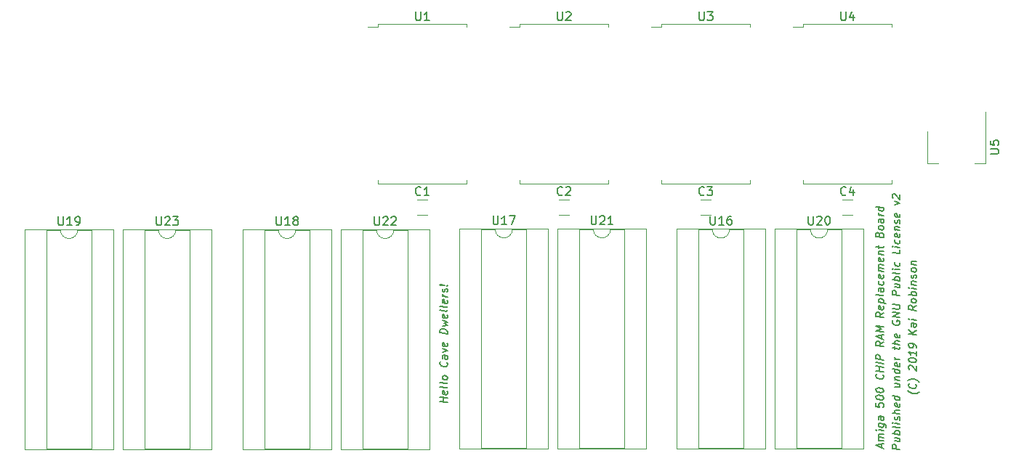
<source format=gto>
G04 #@! TF.GenerationSoftware,KiCad,Pcbnew,(5.1.2-1)-1*
G04 #@! TF.CreationDate,2019-05-13T19:01:55+01:00*
G04 #@! TF.ProjectId,DRAM Board,4452414d-2042-46f6-9172-642e6b696361,rev?*
G04 #@! TF.SameCoordinates,Original*
G04 #@! TF.FileFunction,Legend,Top*
G04 #@! TF.FilePolarity,Positive*
%FSLAX46Y46*%
G04 Gerber Fmt 4.6, Leading zero omitted, Abs format (unit mm)*
G04 Created by KiCad (PCBNEW (5.1.2-1)-1) date 2019-05-13 19:01:55*
%MOMM*%
%LPD*%
G04 APERTURE LIST*
%ADD10C,0.150000*%
%ADD11C,0.120000*%
G04 APERTURE END LIST*
D10*
X190907142Y-93265491D02*
X190007142Y-93152991D01*
X190435714Y-93206562D02*
X190435714Y-92692276D01*
X190907142Y-92751205D02*
X190007142Y-92638705D01*
X190864285Y-91974419D02*
X190907142Y-92065491D01*
X190907142Y-92236919D01*
X190864285Y-92317276D01*
X190778571Y-92349419D01*
X190435714Y-92306562D01*
X190350000Y-92252991D01*
X190307142Y-92161919D01*
X190307142Y-91990491D01*
X190350000Y-91910133D01*
X190435714Y-91877991D01*
X190521428Y-91888705D01*
X190607142Y-92327991D01*
X190907142Y-91422633D02*
X190864285Y-91502991D01*
X190778571Y-91535133D01*
X190007142Y-91438705D01*
X190907142Y-90951205D02*
X190864285Y-91031562D01*
X190778571Y-91063705D01*
X190007142Y-90967276D01*
X190907142Y-90479776D02*
X190864285Y-90560133D01*
X190821428Y-90597633D01*
X190735714Y-90629776D01*
X190478571Y-90597633D01*
X190392857Y-90544062D01*
X190350000Y-90495848D01*
X190307142Y-90404776D01*
X190307142Y-90276205D01*
X190350000Y-90195848D01*
X190392857Y-90158348D01*
X190478571Y-90126205D01*
X190735714Y-90158348D01*
X190821428Y-90211919D01*
X190864285Y-90260133D01*
X190907142Y-90351205D01*
X190907142Y-90479776D01*
X190821428Y-88583348D02*
X190864285Y-88631562D01*
X190907142Y-88765491D01*
X190907142Y-88851205D01*
X190864285Y-88974419D01*
X190778571Y-89049419D01*
X190692857Y-89081562D01*
X190521428Y-89102991D01*
X190392857Y-89086919D01*
X190221428Y-89022633D01*
X190135714Y-88969062D01*
X190050000Y-88872633D01*
X190007142Y-88738705D01*
X190007142Y-88652991D01*
X190050000Y-88529776D01*
X190092857Y-88492276D01*
X190907142Y-87822633D02*
X190435714Y-87763705D01*
X190350000Y-87795848D01*
X190307142Y-87876205D01*
X190307142Y-88047633D01*
X190350000Y-88138705D01*
X190864285Y-87817276D02*
X190907142Y-87908348D01*
X190907142Y-88122633D01*
X190864285Y-88202991D01*
X190778571Y-88235133D01*
X190692857Y-88224419D01*
X190607142Y-88170848D01*
X190564285Y-88079776D01*
X190564285Y-87865491D01*
X190521428Y-87774419D01*
X190307142Y-87404776D02*
X190907142Y-87265491D01*
X190307142Y-86976205D01*
X190864285Y-86360133D02*
X190907142Y-86451205D01*
X190907142Y-86622633D01*
X190864285Y-86702991D01*
X190778571Y-86735133D01*
X190435714Y-86692276D01*
X190350000Y-86638705D01*
X190307142Y-86547633D01*
X190307142Y-86376205D01*
X190350000Y-86295848D01*
X190435714Y-86263705D01*
X190521428Y-86274419D01*
X190607142Y-86713705D01*
X190907142Y-85251205D02*
X190007142Y-85138705D01*
X190007142Y-84924419D01*
X190050000Y-84801205D01*
X190135714Y-84726205D01*
X190221428Y-84694062D01*
X190392857Y-84672633D01*
X190521428Y-84688705D01*
X190692857Y-84752991D01*
X190778571Y-84806562D01*
X190864285Y-84902991D01*
X190907142Y-85036919D01*
X190907142Y-85251205D01*
X190307142Y-84361919D02*
X190907142Y-84265491D01*
X190478571Y-84040491D01*
X190907142Y-83922633D01*
X190307142Y-83676205D01*
X190864285Y-83060133D02*
X190907142Y-83151205D01*
X190907142Y-83322633D01*
X190864285Y-83402991D01*
X190778571Y-83435133D01*
X190435714Y-83392276D01*
X190350000Y-83338705D01*
X190307142Y-83247633D01*
X190307142Y-83076205D01*
X190350000Y-82995848D01*
X190435714Y-82963705D01*
X190521428Y-82974419D01*
X190607142Y-83413705D01*
X190907142Y-82508348D02*
X190864285Y-82588705D01*
X190778571Y-82620848D01*
X190007142Y-82524419D01*
X190907142Y-82036919D02*
X190864285Y-82117276D01*
X190778571Y-82149419D01*
X190007142Y-82052991D01*
X190864285Y-81345848D02*
X190907142Y-81436919D01*
X190907142Y-81608348D01*
X190864285Y-81688705D01*
X190778571Y-81720848D01*
X190435714Y-81677991D01*
X190350000Y-81624419D01*
X190307142Y-81533348D01*
X190307142Y-81361919D01*
X190350000Y-81281562D01*
X190435714Y-81249419D01*
X190521428Y-81260133D01*
X190607142Y-81699419D01*
X190907142Y-80922633D02*
X190307142Y-80847633D01*
X190478571Y-80869062D02*
X190392857Y-80815491D01*
X190350000Y-80767276D01*
X190307142Y-80676205D01*
X190307142Y-80590491D01*
X190864285Y-80402991D02*
X190907142Y-80322633D01*
X190907142Y-80151205D01*
X190864285Y-80060133D01*
X190778571Y-80006562D01*
X190735714Y-80001205D01*
X190650000Y-80033348D01*
X190607142Y-80113705D01*
X190607142Y-80242276D01*
X190564285Y-80322633D01*
X190478571Y-80354776D01*
X190435714Y-80349419D01*
X190350000Y-80295848D01*
X190307142Y-80204776D01*
X190307142Y-80076205D01*
X190350000Y-79995848D01*
X190821428Y-79626205D02*
X190864285Y-79588705D01*
X190907142Y-79636919D01*
X190864285Y-79674419D01*
X190821428Y-79626205D01*
X190907142Y-79636919D01*
X190564285Y-79594062D02*
X190050000Y-79572633D01*
X190007142Y-79524419D01*
X190050000Y-79486919D01*
X190564285Y-79594062D01*
X190007142Y-79524419D01*
X245860000Y-92046205D02*
X245817142Y-92083705D01*
X245688571Y-92153348D01*
X245602857Y-92185491D01*
X245474285Y-92212276D01*
X245260000Y-92228348D01*
X245088571Y-92206919D01*
X244874285Y-92137276D01*
X244745714Y-92078348D01*
X244660000Y-92024776D01*
X244531428Y-91922991D01*
X244488571Y-91874776D01*
X245431428Y-91135491D02*
X245474285Y-91183705D01*
X245517142Y-91317633D01*
X245517142Y-91403348D01*
X245474285Y-91526562D01*
X245388571Y-91601562D01*
X245302857Y-91633705D01*
X245131428Y-91655133D01*
X245002857Y-91639062D01*
X244831428Y-91574776D01*
X244745714Y-91521205D01*
X244660000Y-91424776D01*
X244617142Y-91290848D01*
X244617142Y-91205133D01*
X244660000Y-91081919D01*
X244702857Y-91044419D01*
X245860000Y-90889062D02*
X245817142Y-90840848D01*
X245688571Y-90739062D01*
X245602857Y-90685491D01*
X245474285Y-90626562D01*
X245260000Y-90556919D01*
X245088571Y-90535491D01*
X244874285Y-90551562D01*
X244745714Y-90578348D01*
X244660000Y-90610491D01*
X244531428Y-90680133D01*
X244488571Y-90717633D01*
X244702857Y-89415848D02*
X244660000Y-89367633D01*
X244617142Y-89276562D01*
X244617142Y-89062276D01*
X244660000Y-88981919D01*
X244702857Y-88944419D01*
X244788571Y-88912276D01*
X244874285Y-88922991D01*
X245002857Y-88981919D01*
X245517142Y-89560491D01*
X245517142Y-89003348D01*
X244617142Y-88333705D02*
X244617142Y-88247991D01*
X244660000Y-88167633D01*
X244702857Y-88130133D01*
X244788571Y-88097991D01*
X244960000Y-88076562D01*
X245174285Y-88103348D01*
X245345714Y-88167633D01*
X245431428Y-88221205D01*
X245474285Y-88269419D01*
X245517142Y-88360491D01*
X245517142Y-88446205D01*
X245474285Y-88526562D01*
X245431428Y-88564062D01*
X245345714Y-88596205D01*
X245174285Y-88617633D01*
X244960000Y-88590848D01*
X244788571Y-88526562D01*
X244702857Y-88472991D01*
X244660000Y-88424776D01*
X244617142Y-88333705D01*
X245517142Y-87289062D02*
X245517142Y-87803348D01*
X245517142Y-87546205D02*
X244617142Y-87433705D01*
X244745714Y-87535491D01*
X244831428Y-87631919D01*
X244874285Y-87722991D01*
X245517142Y-86860491D02*
X245517142Y-86689062D01*
X245474285Y-86597991D01*
X245431428Y-86549776D01*
X245302857Y-86447991D01*
X245131428Y-86383705D01*
X244788571Y-86340848D01*
X244702857Y-86372991D01*
X244660000Y-86410491D01*
X244617142Y-86490848D01*
X244617142Y-86662276D01*
X244660000Y-86753348D01*
X244702857Y-86801562D01*
X244788571Y-86855133D01*
X245002857Y-86881919D01*
X245088571Y-86849776D01*
X245131428Y-86812276D01*
X245174285Y-86731919D01*
X245174285Y-86560491D01*
X245131428Y-86469419D01*
X245088571Y-86421205D01*
X245002857Y-86367633D01*
X245517142Y-85360491D02*
X244617142Y-85247991D01*
X245517142Y-84846205D02*
X245002857Y-85167633D01*
X244617142Y-84733705D02*
X245131428Y-85312276D01*
X245517142Y-84074776D02*
X245045714Y-84015848D01*
X244960000Y-84047991D01*
X244917142Y-84128348D01*
X244917142Y-84299776D01*
X244960000Y-84390848D01*
X245474285Y-84069419D02*
X245517142Y-84160491D01*
X245517142Y-84374776D01*
X245474285Y-84455133D01*
X245388571Y-84487276D01*
X245302857Y-84476562D01*
X245217142Y-84422991D01*
X245174285Y-84331919D01*
X245174285Y-84117633D01*
X245131428Y-84026562D01*
X245517142Y-83646205D02*
X244917142Y-83571205D01*
X244617142Y-83533705D02*
X244660000Y-83581919D01*
X244702857Y-83544419D01*
X244660000Y-83496205D01*
X244617142Y-83533705D01*
X244702857Y-83544419D01*
X245517142Y-82017633D02*
X245088571Y-82264062D01*
X245517142Y-82531919D02*
X244617142Y-82419419D01*
X244617142Y-82076562D01*
X244660000Y-81996205D01*
X244702857Y-81958705D01*
X244788571Y-81926562D01*
X244917142Y-81942633D01*
X245002857Y-81996205D01*
X245045714Y-82044419D01*
X245088571Y-82135491D01*
X245088571Y-82478348D01*
X245517142Y-81503348D02*
X245474285Y-81583705D01*
X245431428Y-81621205D01*
X245345714Y-81653348D01*
X245088571Y-81621205D01*
X245002857Y-81567633D01*
X244960000Y-81519419D01*
X244917142Y-81428348D01*
X244917142Y-81299776D01*
X244960000Y-81219419D01*
X245002857Y-81181919D01*
X245088571Y-81149776D01*
X245345714Y-81181919D01*
X245431428Y-81235491D01*
X245474285Y-81283705D01*
X245517142Y-81374776D01*
X245517142Y-81503348D01*
X245517142Y-80817633D02*
X244617142Y-80705133D01*
X244960000Y-80747991D02*
X244917142Y-80656919D01*
X244917142Y-80485491D01*
X244960000Y-80405133D01*
X245002857Y-80367633D01*
X245088571Y-80335491D01*
X245345714Y-80367633D01*
X245431428Y-80421205D01*
X245474285Y-80469419D01*
X245517142Y-80560491D01*
X245517142Y-80731919D01*
X245474285Y-80812276D01*
X245517142Y-80003348D02*
X244917142Y-79928348D01*
X244617142Y-79890848D02*
X244660000Y-79939062D01*
X244702857Y-79901562D01*
X244660000Y-79853348D01*
X244617142Y-79890848D01*
X244702857Y-79901562D01*
X244917142Y-79499776D02*
X245517142Y-79574776D01*
X245002857Y-79510491D02*
X244960000Y-79462276D01*
X244917142Y-79371205D01*
X244917142Y-79242633D01*
X244960000Y-79162276D01*
X245045714Y-79130133D01*
X245517142Y-79189062D01*
X245474285Y-78797991D02*
X245517142Y-78717633D01*
X245517142Y-78546205D01*
X245474285Y-78455133D01*
X245388571Y-78401562D01*
X245345714Y-78396205D01*
X245260000Y-78428348D01*
X245217142Y-78508705D01*
X245217142Y-78637276D01*
X245174285Y-78717633D01*
X245088571Y-78749776D01*
X245045714Y-78744419D01*
X244960000Y-78690848D01*
X244917142Y-78599776D01*
X244917142Y-78471205D01*
X244960000Y-78390848D01*
X245517142Y-77903348D02*
X245474285Y-77983705D01*
X245431428Y-78021205D01*
X245345714Y-78053348D01*
X245088571Y-78021205D01*
X245002857Y-77967633D01*
X244960000Y-77919419D01*
X244917142Y-77828348D01*
X244917142Y-77699776D01*
X244960000Y-77619419D01*
X245002857Y-77581919D01*
X245088571Y-77549776D01*
X245345714Y-77581919D01*
X245431428Y-77635491D01*
X245474285Y-77683705D01*
X245517142Y-77774776D01*
X245517142Y-77903348D01*
X244917142Y-77142633D02*
X245517142Y-77217633D01*
X245002857Y-77153348D02*
X244960000Y-77105133D01*
X244917142Y-77014062D01*
X244917142Y-76885491D01*
X244960000Y-76805133D01*
X245045714Y-76772991D01*
X245517142Y-76831919D01*
X243612142Y-98739776D02*
X242712142Y-98627276D01*
X242712142Y-98284419D01*
X242755000Y-98204062D01*
X242797857Y-98166562D01*
X242883571Y-98134419D01*
X243012142Y-98150491D01*
X243097857Y-98204062D01*
X243140714Y-98252276D01*
X243183571Y-98343348D01*
X243183571Y-98686205D01*
X243012142Y-97379062D02*
X243612142Y-97454062D01*
X243012142Y-97764776D02*
X243483571Y-97823705D01*
X243569285Y-97791562D01*
X243612142Y-97711205D01*
X243612142Y-97582633D01*
X243569285Y-97491562D01*
X243526428Y-97443348D01*
X243612142Y-97025491D02*
X242712142Y-96912991D01*
X243055000Y-96955848D02*
X243012142Y-96864776D01*
X243012142Y-96693348D01*
X243055000Y-96612991D01*
X243097857Y-96575491D01*
X243183571Y-96543348D01*
X243440714Y-96575491D01*
X243526428Y-96629062D01*
X243569285Y-96677276D01*
X243612142Y-96768348D01*
X243612142Y-96939776D01*
X243569285Y-97020133D01*
X243612142Y-96082633D02*
X243569285Y-96162991D01*
X243483571Y-96195133D01*
X242712142Y-96098705D01*
X243612142Y-95739776D02*
X243012142Y-95664776D01*
X242712142Y-95627276D02*
X242755000Y-95675491D01*
X242797857Y-95637991D01*
X242755000Y-95589776D01*
X242712142Y-95627276D01*
X242797857Y-95637991D01*
X243569285Y-95348705D02*
X243612142Y-95268348D01*
X243612142Y-95096919D01*
X243569285Y-95005848D01*
X243483571Y-94952276D01*
X243440714Y-94946919D01*
X243355000Y-94979062D01*
X243312142Y-95059419D01*
X243312142Y-95187991D01*
X243269285Y-95268348D01*
X243183571Y-95300491D01*
X243140714Y-95295133D01*
X243055000Y-95241562D01*
X243012142Y-95150491D01*
X243012142Y-95021919D01*
X243055000Y-94941562D01*
X243612142Y-94582633D02*
X242712142Y-94470133D01*
X243612142Y-94196919D02*
X243140714Y-94137991D01*
X243055000Y-94170133D01*
X243012142Y-94250491D01*
X243012142Y-94379062D01*
X243055000Y-94470133D01*
X243097857Y-94518348D01*
X243569285Y-93420133D02*
X243612142Y-93511205D01*
X243612142Y-93682633D01*
X243569285Y-93762991D01*
X243483571Y-93795133D01*
X243140714Y-93752276D01*
X243055000Y-93698705D01*
X243012142Y-93607633D01*
X243012142Y-93436205D01*
X243055000Y-93355848D01*
X243140714Y-93323705D01*
X243226428Y-93334419D01*
X243312142Y-93773705D01*
X243612142Y-92611205D02*
X242712142Y-92498705D01*
X243569285Y-92605848D02*
X243612142Y-92696919D01*
X243612142Y-92868348D01*
X243569285Y-92948705D01*
X243526428Y-92986205D01*
X243440714Y-93018348D01*
X243183571Y-92986205D01*
X243097857Y-92932633D01*
X243055000Y-92884419D01*
X243012142Y-92793348D01*
X243012142Y-92621919D01*
X243055000Y-92541562D01*
X243012142Y-91036205D02*
X243612142Y-91111205D01*
X243012142Y-91421919D02*
X243483571Y-91480848D01*
X243569285Y-91448705D01*
X243612142Y-91368348D01*
X243612142Y-91239776D01*
X243569285Y-91148705D01*
X243526428Y-91100491D01*
X243012142Y-90607633D02*
X243612142Y-90682633D01*
X243097857Y-90618348D02*
X243055000Y-90570133D01*
X243012142Y-90479062D01*
X243012142Y-90350491D01*
X243055000Y-90270133D01*
X243140714Y-90237991D01*
X243612142Y-90296919D01*
X243612142Y-89482633D02*
X242712142Y-89370133D01*
X243569285Y-89477276D02*
X243612142Y-89568348D01*
X243612142Y-89739776D01*
X243569285Y-89820133D01*
X243526428Y-89857633D01*
X243440714Y-89889776D01*
X243183571Y-89857633D01*
X243097857Y-89804062D01*
X243055000Y-89755848D01*
X243012142Y-89664776D01*
X243012142Y-89493348D01*
X243055000Y-89412991D01*
X243569285Y-88705848D02*
X243612142Y-88796919D01*
X243612142Y-88968348D01*
X243569285Y-89048705D01*
X243483571Y-89080848D01*
X243140714Y-89037991D01*
X243055000Y-88984419D01*
X243012142Y-88893348D01*
X243012142Y-88721919D01*
X243055000Y-88641562D01*
X243140714Y-88609419D01*
X243226428Y-88620133D01*
X243312142Y-89059419D01*
X243612142Y-88282633D02*
X243012142Y-88207633D01*
X243183571Y-88229062D02*
X243097857Y-88175491D01*
X243055000Y-88127276D01*
X243012142Y-88036205D01*
X243012142Y-87950491D01*
X243012142Y-87093348D02*
X243012142Y-86750491D01*
X242712142Y-86927276D02*
X243483571Y-87023705D01*
X243569285Y-86991562D01*
X243612142Y-86911205D01*
X243612142Y-86825491D01*
X243612142Y-86525491D02*
X242712142Y-86412991D01*
X243612142Y-86139776D02*
X243140714Y-86080848D01*
X243055000Y-86112991D01*
X243012142Y-86193348D01*
X243012142Y-86321919D01*
X243055000Y-86412991D01*
X243097857Y-86461205D01*
X243569285Y-85362991D02*
X243612142Y-85454062D01*
X243612142Y-85625491D01*
X243569285Y-85705848D01*
X243483571Y-85737991D01*
X243140714Y-85695133D01*
X243055000Y-85641562D01*
X243012142Y-85550491D01*
X243012142Y-85379062D01*
X243055000Y-85298705D01*
X243140714Y-85266562D01*
X243226428Y-85277276D01*
X243312142Y-85716562D01*
X242755000Y-83675491D02*
X242712142Y-83755848D01*
X242712142Y-83884419D01*
X242755000Y-84018348D01*
X242840714Y-84114776D01*
X242926428Y-84168348D01*
X243097857Y-84232633D01*
X243226428Y-84248705D01*
X243397857Y-84227276D01*
X243483571Y-84195133D01*
X243569285Y-84120133D01*
X243612142Y-83996919D01*
X243612142Y-83911205D01*
X243569285Y-83777276D01*
X243526428Y-83729062D01*
X243226428Y-83691562D01*
X243226428Y-83862991D01*
X243612142Y-83354062D02*
X242712142Y-83241562D01*
X243612142Y-82839776D01*
X242712142Y-82727276D01*
X242712142Y-82298705D02*
X243440714Y-82389776D01*
X243526428Y-82357633D01*
X243569285Y-82320133D01*
X243612142Y-82239776D01*
X243612142Y-82068348D01*
X243569285Y-81977276D01*
X243526428Y-81929062D01*
X243440714Y-81875491D01*
X242712142Y-81784419D01*
X243612142Y-80782633D02*
X242712142Y-80670133D01*
X242712142Y-80327276D01*
X242755000Y-80246919D01*
X242797857Y-80209419D01*
X242883571Y-80177276D01*
X243012142Y-80193348D01*
X243097857Y-80246919D01*
X243140714Y-80295133D01*
X243183571Y-80386205D01*
X243183571Y-80729062D01*
X243012142Y-79421919D02*
X243612142Y-79496919D01*
X243012142Y-79807633D02*
X243483571Y-79866562D01*
X243569285Y-79834419D01*
X243612142Y-79754062D01*
X243612142Y-79625491D01*
X243569285Y-79534419D01*
X243526428Y-79486205D01*
X243612142Y-79068348D02*
X242712142Y-78955848D01*
X243055000Y-78998705D02*
X243012142Y-78907633D01*
X243012142Y-78736205D01*
X243055000Y-78655848D01*
X243097857Y-78618348D01*
X243183571Y-78586205D01*
X243440714Y-78618348D01*
X243526428Y-78671919D01*
X243569285Y-78720133D01*
X243612142Y-78811205D01*
X243612142Y-78982633D01*
X243569285Y-79062991D01*
X243612142Y-78125491D02*
X243569285Y-78205848D01*
X243483571Y-78237991D01*
X242712142Y-78141562D01*
X243612142Y-77782633D02*
X243012142Y-77707633D01*
X242712142Y-77670133D02*
X242755000Y-77718348D01*
X242797857Y-77680848D01*
X242755000Y-77632633D01*
X242712142Y-77670133D01*
X242797857Y-77680848D01*
X243569285Y-76962991D02*
X243612142Y-77054062D01*
X243612142Y-77225491D01*
X243569285Y-77305848D01*
X243526428Y-77343348D01*
X243440714Y-77375491D01*
X243183571Y-77343348D01*
X243097857Y-77289776D01*
X243055000Y-77241562D01*
X243012142Y-77150491D01*
X243012142Y-76979062D01*
X243055000Y-76898705D01*
X243612142Y-75468348D02*
X243612142Y-75896919D01*
X242712142Y-75784419D01*
X243612142Y-75168348D02*
X243012142Y-75093348D01*
X242712142Y-75055848D02*
X242755000Y-75104062D01*
X242797857Y-75066562D01*
X242755000Y-75018348D01*
X242712142Y-75055848D01*
X242797857Y-75066562D01*
X243569285Y-74348705D02*
X243612142Y-74439776D01*
X243612142Y-74611205D01*
X243569285Y-74691562D01*
X243526428Y-74729062D01*
X243440714Y-74761205D01*
X243183571Y-74729062D01*
X243097857Y-74675491D01*
X243055000Y-74627276D01*
X243012142Y-74536205D01*
X243012142Y-74364776D01*
X243055000Y-74284419D01*
X243569285Y-73620133D02*
X243612142Y-73711205D01*
X243612142Y-73882633D01*
X243569285Y-73962991D01*
X243483571Y-73995133D01*
X243140714Y-73952276D01*
X243055000Y-73898705D01*
X243012142Y-73807633D01*
X243012142Y-73636205D01*
X243055000Y-73555848D01*
X243140714Y-73523705D01*
X243226428Y-73534419D01*
X243312142Y-73973705D01*
X243012142Y-73121919D02*
X243612142Y-73196919D01*
X243097857Y-73132633D02*
X243055000Y-73084419D01*
X243012142Y-72993348D01*
X243012142Y-72864776D01*
X243055000Y-72784419D01*
X243140714Y-72752276D01*
X243612142Y-72811205D01*
X243569285Y-72420133D02*
X243612142Y-72339776D01*
X243612142Y-72168348D01*
X243569285Y-72077276D01*
X243483571Y-72023705D01*
X243440714Y-72018348D01*
X243355000Y-72050491D01*
X243312142Y-72130848D01*
X243312142Y-72259419D01*
X243269285Y-72339776D01*
X243183571Y-72371919D01*
X243140714Y-72366562D01*
X243055000Y-72312991D01*
X243012142Y-72221919D01*
X243012142Y-72093348D01*
X243055000Y-72012991D01*
X243569285Y-71305848D02*
X243612142Y-71396919D01*
X243612142Y-71568348D01*
X243569285Y-71648705D01*
X243483571Y-71680848D01*
X243140714Y-71637991D01*
X243055000Y-71584419D01*
X243012142Y-71493348D01*
X243012142Y-71321919D01*
X243055000Y-71241562D01*
X243140714Y-71209419D01*
X243226428Y-71220133D01*
X243312142Y-71659419D01*
X243012142Y-70207633D02*
X243612142Y-70068348D01*
X243012142Y-69779062D01*
X242797857Y-69452276D02*
X242755000Y-69404062D01*
X242712142Y-69312991D01*
X242712142Y-69098705D01*
X242755000Y-69018348D01*
X242797857Y-68980848D01*
X242883571Y-68948705D01*
X242969285Y-68959419D01*
X243097857Y-69018348D01*
X243612142Y-69596919D01*
X243612142Y-69039776D01*
X241450000Y-98549776D02*
X241450000Y-98121205D01*
X241707142Y-98667633D02*
X240807142Y-98255133D01*
X241707142Y-98067633D01*
X241707142Y-97767633D02*
X241107142Y-97692633D01*
X241192857Y-97703348D02*
X241150000Y-97655133D01*
X241107142Y-97564062D01*
X241107142Y-97435491D01*
X241150000Y-97355133D01*
X241235714Y-97322991D01*
X241707142Y-97381919D01*
X241235714Y-97322991D02*
X241150000Y-97269419D01*
X241107142Y-97178348D01*
X241107142Y-97049776D01*
X241150000Y-96969419D01*
X241235714Y-96937276D01*
X241707142Y-96996205D01*
X241707142Y-96567633D02*
X241107142Y-96492633D01*
X240807142Y-96455133D02*
X240850000Y-96503348D01*
X240892857Y-96465848D01*
X240850000Y-96417633D01*
X240807142Y-96455133D01*
X240892857Y-96465848D01*
X241107142Y-95678348D02*
X241835714Y-95769419D01*
X241921428Y-95822991D01*
X241964285Y-95871205D01*
X242007142Y-95962276D01*
X242007142Y-96090848D01*
X241964285Y-96171205D01*
X241664285Y-95747991D02*
X241707142Y-95839062D01*
X241707142Y-96010491D01*
X241664285Y-96090848D01*
X241621428Y-96128348D01*
X241535714Y-96160491D01*
X241278571Y-96128348D01*
X241192857Y-96074776D01*
X241150000Y-96026562D01*
X241107142Y-95935491D01*
X241107142Y-95764062D01*
X241150000Y-95683705D01*
X241707142Y-94939062D02*
X241235714Y-94880133D01*
X241150000Y-94912276D01*
X241107142Y-94992633D01*
X241107142Y-95164062D01*
X241150000Y-95255133D01*
X241664285Y-94933705D02*
X241707142Y-95024776D01*
X241707142Y-95239062D01*
X241664285Y-95319419D01*
X241578571Y-95351562D01*
X241492857Y-95340848D01*
X241407142Y-95287276D01*
X241364285Y-95196205D01*
X241364285Y-94981919D01*
X241321428Y-94890848D01*
X240807142Y-93283705D02*
X240807142Y-93712276D01*
X241235714Y-93808705D01*
X241192857Y-93760491D01*
X241150000Y-93669419D01*
X241150000Y-93455133D01*
X241192857Y-93374776D01*
X241235714Y-93337276D01*
X241321428Y-93305133D01*
X241535714Y-93331919D01*
X241621428Y-93385491D01*
X241664285Y-93433705D01*
X241707142Y-93524776D01*
X241707142Y-93739062D01*
X241664285Y-93819419D01*
X241621428Y-93856919D01*
X240807142Y-92683705D02*
X240807142Y-92597991D01*
X240850000Y-92517633D01*
X240892857Y-92480133D01*
X240978571Y-92447991D01*
X241150000Y-92426562D01*
X241364285Y-92453348D01*
X241535714Y-92517633D01*
X241621428Y-92571205D01*
X241664285Y-92619419D01*
X241707142Y-92710491D01*
X241707142Y-92796205D01*
X241664285Y-92876562D01*
X241621428Y-92914062D01*
X241535714Y-92946205D01*
X241364285Y-92967633D01*
X241150000Y-92940848D01*
X240978571Y-92876562D01*
X240892857Y-92822991D01*
X240850000Y-92774776D01*
X240807142Y-92683705D01*
X240807142Y-91826562D02*
X240807142Y-91740848D01*
X240850000Y-91660491D01*
X240892857Y-91622991D01*
X240978571Y-91590848D01*
X241150000Y-91569419D01*
X241364285Y-91596205D01*
X241535714Y-91660491D01*
X241621428Y-91714062D01*
X241664285Y-91762276D01*
X241707142Y-91853348D01*
X241707142Y-91939062D01*
X241664285Y-92019419D01*
X241621428Y-92056919D01*
X241535714Y-92089062D01*
X241364285Y-92110491D01*
X241150000Y-92083705D01*
X240978571Y-92019419D01*
X240892857Y-91965848D01*
X240850000Y-91917633D01*
X240807142Y-91826562D01*
X241621428Y-90042633D02*
X241664285Y-90090848D01*
X241707142Y-90224776D01*
X241707142Y-90310491D01*
X241664285Y-90433705D01*
X241578571Y-90508705D01*
X241492857Y-90540848D01*
X241321428Y-90562276D01*
X241192857Y-90546205D01*
X241021428Y-90481919D01*
X240935714Y-90428348D01*
X240850000Y-90331919D01*
X240807142Y-90197991D01*
X240807142Y-90112276D01*
X240850000Y-89989062D01*
X240892857Y-89951562D01*
X241707142Y-89667633D02*
X240807142Y-89555133D01*
X241235714Y-89608705D02*
X241235714Y-89094419D01*
X241707142Y-89153348D02*
X240807142Y-89040848D01*
X241707142Y-88724776D02*
X240807142Y-88612276D01*
X241707142Y-88296205D02*
X240807142Y-88183705D01*
X240807142Y-87840848D01*
X240850000Y-87760491D01*
X240892857Y-87722991D01*
X240978571Y-87690848D01*
X241107142Y-87706919D01*
X241192857Y-87760491D01*
X241235714Y-87808705D01*
X241278571Y-87899776D01*
X241278571Y-88242633D01*
X241707142Y-86196205D02*
X241278571Y-86442633D01*
X241707142Y-86710491D02*
X240807142Y-86597991D01*
X240807142Y-86255133D01*
X240850000Y-86174776D01*
X240892857Y-86137276D01*
X240978571Y-86105133D01*
X241107142Y-86121205D01*
X241192857Y-86174776D01*
X241235714Y-86222991D01*
X241278571Y-86314062D01*
X241278571Y-86656919D01*
X241450000Y-85821205D02*
X241450000Y-85392633D01*
X241707142Y-85939062D02*
X240807142Y-85526562D01*
X241707142Y-85339062D01*
X241707142Y-85039062D02*
X240807142Y-84926562D01*
X241450000Y-84706919D01*
X240807142Y-84326562D01*
X241707142Y-84439062D01*
X241707142Y-82810491D02*
X241278571Y-83056919D01*
X241707142Y-83324776D02*
X240807142Y-83212276D01*
X240807142Y-82869419D01*
X240850000Y-82789062D01*
X240892857Y-82751562D01*
X240978571Y-82719419D01*
X241107142Y-82735491D01*
X241192857Y-82789062D01*
X241235714Y-82837276D01*
X241278571Y-82928348D01*
X241278571Y-83271205D01*
X241664285Y-82076562D02*
X241707142Y-82167633D01*
X241707142Y-82339062D01*
X241664285Y-82419419D01*
X241578571Y-82451562D01*
X241235714Y-82408705D01*
X241150000Y-82355133D01*
X241107142Y-82264062D01*
X241107142Y-82092633D01*
X241150000Y-82012276D01*
X241235714Y-81980133D01*
X241321428Y-81990848D01*
X241407142Y-82430133D01*
X241107142Y-81578348D02*
X242007142Y-81690848D01*
X241150000Y-81583705D02*
X241107142Y-81492633D01*
X241107142Y-81321205D01*
X241150000Y-81240848D01*
X241192857Y-81203348D01*
X241278571Y-81171205D01*
X241535714Y-81203348D01*
X241621428Y-81256919D01*
X241664285Y-81305133D01*
X241707142Y-81396205D01*
X241707142Y-81567633D01*
X241664285Y-81647991D01*
X241707142Y-80710491D02*
X241664285Y-80790848D01*
X241578571Y-80822991D01*
X240807142Y-80726562D01*
X241707142Y-79981919D02*
X241235714Y-79922991D01*
X241150000Y-79955133D01*
X241107142Y-80035491D01*
X241107142Y-80206919D01*
X241150000Y-80297991D01*
X241664285Y-79976562D02*
X241707142Y-80067633D01*
X241707142Y-80281919D01*
X241664285Y-80362276D01*
X241578571Y-80394419D01*
X241492857Y-80383705D01*
X241407142Y-80330133D01*
X241364285Y-80239062D01*
X241364285Y-80024776D01*
X241321428Y-79933705D01*
X241664285Y-79162276D02*
X241707142Y-79253348D01*
X241707142Y-79424776D01*
X241664285Y-79505133D01*
X241621428Y-79542633D01*
X241535714Y-79574776D01*
X241278571Y-79542633D01*
X241192857Y-79489062D01*
X241150000Y-79440848D01*
X241107142Y-79349776D01*
X241107142Y-79178348D01*
X241150000Y-79097991D01*
X241664285Y-78433705D02*
X241707142Y-78524776D01*
X241707142Y-78696205D01*
X241664285Y-78776562D01*
X241578571Y-78808705D01*
X241235714Y-78765848D01*
X241150000Y-78712276D01*
X241107142Y-78621205D01*
X241107142Y-78449776D01*
X241150000Y-78369419D01*
X241235714Y-78337276D01*
X241321428Y-78347991D01*
X241407142Y-78787276D01*
X241707142Y-78010491D02*
X241107142Y-77935491D01*
X241192857Y-77946205D02*
X241150000Y-77897991D01*
X241107142Y-77806919D01*
X241107142Y-77678348D01*
X241150000Y-77597991D01*
X241235714Y-77565848D01*
X241707142Y-77624776D01*
X241235714Y-77565848D02*
X241150000Y-77512276D01*
X241107142Y-77421205D01*
X241107142Y-77292633D01*
X241150000Y-77212276D01*
X241235714Y-77180133D01*
X241707142Y-77239062D01*
X241664285Y-76462276D02*
X241707142Y-76553348D01*
X241707142Y-76724776D01*
X241664285Y-76805133D01*
X241578571Y-76837276D01*
X241235714Y-76794419D01*
X241150000Y-76740848D01*
X241107142Y-76649776D01*
X241107142Y-76478348D01*
X241150000Y-76397991D01*
X241235714Y-76365848D01*
X241321428Y-76376562D01*
X241407142Y-76815848D01*
X241107142Y-75964062D02*
X241707142Y-76039062D01*
X241192857Y-75974776D02*
X241150000Y-75926562D01*
X241107142Y-75835491D01*
X241107142Y-75706919D01*
X241150000Y-75626562D01*
X241235714Y-75594419D01*
X241707142Y-75653348D01*
X241107142Y-75278348D02*
X241107142Y-74935491D01*
X240807142Y-75112276D02*
X241578571Y-75208705D01*
X241664285Y-75176562D01*
X241707142Y-75096205D01*
X241707142Y-75010491D01*
X241235714Y-73665848D02*
X241278571Y-73542633D01*
X241321428Y-73505133D01*
X241407142Y-73472991D01*
X241535714Y-73489062D01*
X241621428Y-73542633D01*
X241664285Y-73590848D01*
X241707142Y-73681919D01*
X241707142Y-74024776D01*
X240807142Y-73912276D01*
X240807142Y-73612276D01*
X240850000Y-73531919D01*
X240892857Y-73494419D01*
X240978571Y-73462276D01*
X241064285Y-73472991D01*
X241150000Y-73526562D01*
X241192857Y-73574776D01*
X241235714Y-73665848D01*
X241235714Y-73965848D01*
X241707142Y-72996205D02*
X241664285Y-73076562D01*
X241621428Y-73114062D01*
X241535714Y-73146205D01*
X241278571Y-73114062D01*
X241192857Y-73060491D01*
X241150000Y-73012276D01*
X241107142Y-72921205D01*
X241107142Y-72792633D01*
X241150000Y-72712276D01*
X241192857Y-72674776D01*
X241278571Y-72642633D01*
X241535714Y-72674776D01*
X241621428Y-72728348D01*
X241664285Y-72776562D01*
X241707142Y-72867633D01*
X241707142Y-72996205D01*
X241707142Y-71924776D02*
X241235714Y-71865848D01*
X241150000Y-71897991D01*
X241107142Y-71978348D01*
X241107142Y-72149776D01*
X241150000Y-72240848D01*
X241664285Y-71919419D02*
X241707142Y-72010491D01*
X241707142Y-72224776D01*
X241664285Y-72305133D01*
X241578571Y-72337276D01*
X241492857Y-72326562D01*
X241407142Y-72272991D01*
X241364285Y-72181919D01*
X241364285Y-71967633D01*
X241321428Y-71876562D01*
X241707142Y-71496205D02*
X241107142Y-71421205D01*
X241278571Y-71442633D02*
X241192857Y-71389062D01*
X241150000Y-71340848D01*
X241107142Y-71249776D01*
X241107142Y-71164062D01*
X241707142Y-70553348D02*
X240807142Y-70440848D01*
X241664285Y-70547991D02*
X241707142Y-70639062D01*
X241707142Y-70810491D01*
X241664285Y-70890848D01*
X241621428Y-70928348D01*
X241535714Y-70960491D01*
X241278571Y-70928348D01*
X241192857Y-70874776D01*
X241150000Y-70826562D01*
X241107142Y-70735491D01*
X241107142Y-70564062D01*
X241150000Y-70483705D01*
D11*
X253600000Y-59400000D02*
X253600000Y-65410000D01*
X246780000Y-61650000D02*
X246780000Y-65410000D01*
X253600000Y-65410000D02*
X252340000Y-65410000D01*
X246780000Y-65410000D02*
X248040000Y-65410000D01*
X232300000Y-49485000D02*
X231140000Y-49485000D01*
X232300000Y-49105000D02*
X232300000Y-49485000D01*
X237490000Y-49105000D02*
X232300000Y-49105000D01*
X242680000Y-49105000D02*
X242680000Y-49485000D01*
X237490000Y-49105000D02*
X242680000Y-49105000D01*
X232300000Y-67735000D02*
X232300000Y-67355000D01*
X237490000Y-67735000D02*
X232300000Y-67735000D01*
X242680000Y-67735000D02*
X242680000Y-67355000D01*
X237490000Y-67735000D02*
X242680000Y-67735000D01*
X215790000Y-49485000D02*
X214630000Y-49485000D01*
X215790000Y-49105000D02*
X215790000Y-49485000D01*
X220980000Y-49105000D02*
X215790000Y-49105000D01*
X226170000Y-49105000D02*
X226170000Y-49485000D01*
X220980000Y-49105000D02*
X226170000Y-49105000D01*
X215790000Y-67735000D02*
X215790000Y-67355000D01*
X220980000Y-67735000D02*
X215790000Y-67735000D01*
X226170000Y-67735000D02*
X226170000Y-67355000D01*
X220980000Y-67735000D02*
X226170000Y-67735000D01*
X182770000Y-49485000D02*
X181610000Y-49485000D01*
X182770000Y-49105000D02*
X182770000Y-49485000D01*
X187960000Y-49105000D02*
X182770000Y-49105000D01*
X193150000Y-49105000D02*
X193150000Y-49485000D01*
X187960000Y-49105000D02*
X193150000Y-49105000D01*
X182770000Y-67735000D02*
X182770000Y-67355000D01*
X187960000Y-67735000D02*
X182770000Y-67735000D01*
X193150000Y-67735000D02*
X193150000Y-67355000D01*
X187960000Y-67735000D02*
X193150000Y-67735000D01*
X227898000Y-73032000D02*
X217618000Y-73032000D01*
X227898000Y-98672000D02*
X227898000Y-73032000D01*
X217618000Y-98672000D02*
X227898000Y-98672000D01*
X217618000Y-73032000D02*
X217618000Y-98672000D01*
X225408000Y-73092000D02*
X223758000Y-73092000D01*
X225408000Y-98612000D02*
X225408000Y-73092000D01*
X220108000Y-98612000D02*
X225408000Y-98612000D01*
X220108000Y-73092000D02*
X220108000Y-98612000D01*
X221758000Y-73092000D02*
X220108000Y-73092000D01*
X223758000Y-73092000D02*
G75*
G02X221758000Y-73092000I-1000000J0D01*
G01*
X202600000Y-73006600D02*
X192320000Y-73006600D01*
X202600000Y-98646600D02*
X202600000Y-73006600D01*
X192320000Y-98646600D02*
X202600000Y-98646600D01*
X192320000Y-73006600D02*
X192320000Y-98646600D01*
X200110000Y-73066600D02*
X198460000Y-73066600D01*
X200110000Y-98586600D02*
X200110000Y-73066600D01*
X194810000Y-98586600D02*
X200110000Y-98586600D01*
X194810000Y-73066600D02*
X194810000Y-98586600D01*
X196460000Y-73066600D02*
X194810000Y-73066600D01*
X198460000Y-73066600D02*
G75*
G02X196460000Y-73066600I-1000000J0D01*
G01*
X177352000Y-73083000D02*
X167072000Y-73083000D01*
X177352000Y-98723000D02*
X177352000Y-73083000D01*
X167072000Y-98723000D02*
X177352000Y-98723000D01*
X167072000Y-73083000D02*
X167072000Y-98723000D01*
X174862000Y-73143000D02*
X173212000Y-73143000D01*
X174862000Y-98663000D02*
X174862000Y-73143000D01*
X169562000Y-98663000D02*
X174862000Y-98663000D01*
X169562000Y-73143000D02*
X169562000Y-98663000D01*
X171212000Y-73143000D02*
X169562000Y-73143000D01*
X173212000Y-73143000D02*
G75*
G02X171212000Y-73143000I-1000000J0D01*
G01*
X151952000Y-73083000D02*
X141672000Y-73083000D01*
X151952000Y-98723000D02*
X151952000Y-73083000D01*
X141672000Y-98723000D02*
X151952000Y-98723000D01*
X141672000Y-73083000D02*
X141672000Y-98723000D01*
X149462000Y-73143000D02*
X147812000Y-73143000D01*
X149462000Y-98663000D02*
X149462000Y-73143000D01*
X144162000Y-98663000D02*
X149462000Y-98663000D01*
X144162000Y-73143000D02*
X144162000Y-98663000D01*
X145812000Y-73143000D02*
X144162000Y-73143000D01*
X147812000Y-73143000D02*
G75*
G02X145812000Y-73143000I-1000000J0D01*
G01*
X239328000Y-73032000D02*
X229048000Y-73032000D01*
X239328000Y-98672000D02*
X239328000Y-73032000D01*
X229048000Y-98672000D02*
X239328000Y-98672000D01*
X229048000Y-73032000D02*
X229048000Y-98672000D01*
X236838000Y-73092000D02*
X235188000Y-73092000D01*
X236838000Y-98612000D02*
X236838000Y-73092000D01*
X231538000Y-98612000D02*
X236838000Y-98612000D01*
X231538000Y-73092000D02*
X231538000Y-98612000D01*
X233188000Y-73092000D02*
X231538000Y-73092000D01*
X235188000Y-73092000D02*
G75*
G02X233188000Y-73092000I-1000000J0D01*
G01*
X214030000Y-73006600D02*
X203750000Y-73006600D01*
X214030000Y-98646600D02*
X214030000Y-73006600D01*
X203750000Y-98646600D02*
X214030000Y-98646600D01*
X203750000Y-73006600D02*
X203750000Y-98646600D01*
X211540000Y-73066600D02*
X209890000Y-73066600D01*
X211540000Y-98586600D02*
X211540000Y-73066600D01*
X206240000Y-98586600D02*
X211540000Y-98586600D01*
X206240000Y-73066600D02*
X206240000Y-98586600D01*
X207890000Y-73066600D02*
X206240000Y-73066600D01*
X209890000Y-73066600D02*
G75*
G02X207890000Y-73066600I-1000000J0D01*
G01*
X188782000Y-73083000D02*
X178502000Y-73083000D01*
X188782000Y-98723000D02*
X188782000Y-73083000D01*
X178502000Y-98723000D02*
X188782000Y-98723000D01*
X178502000Y-73083000D02*
X178502000Y-98723000D01*
X186292000Y-73143000D02*
X184642000Y-73143000D01*
X186292000Y-98663000D02*
X186292000Y-73143000D01*
X180992000Y-98663000D02*
X186292000Y-98663000D01*
X180992000Y-73143000D02*
X180992000Y-98663000D01*
X182642000Y-73143000D02*
X180992000Y-73143000D01*
X184642000Y-73143000D02*
G75*
G02X182642000Y-73143000I-1000000J0D01*
G01*
X163382000Y-73083000D02*
X153102000Y-73083000D01*
X163382000Y-98723000D02*
X163382000Y-73083000D01*
X153102000Y-98723000D02*
X163382000Y-98723000D01*
X153102000Y-73083000D02*
X153102000Y-98723000D01*
X160892000Y-73143000D02*
X159242000Y-73143000D01*
X160892000Y-98663000D02*
X160892000Y-73143000D01*
X155592000Y-98663000D02*
X160892000Y-98663000D01*
X155592000Y-73143000D02*
X155592000Y-98663000D01*
X157242000Y-73143000D02*
X155592000Y-73143000D01*
X159242000Y-73143000D02*
G75*
G02X157242000Y-73143000I-1000000J0D01*
G01*
X199280000Y-49485000D02*
X198120000Y-49485000D01*
X199280000Y-49105000D02*
X199280000Y-49485000D01*
X204470000Y-49105000D02*
X199280000Y-49105000D01*
X209660000Y-49105000D02*
X209660000Y-49485000D01*
X204470000Y-49105000D02*
X209660000Y-49105000D01*
X199280000Y-67735000D02*
X199280000Y-67355000D01*
X204470000Y-67735000D02*
X199280000Y-67735000D01*
X209660000Y-67735000D02*
X209660000Y-67355000D01*
X204470000Y-67735000D02*
X209660000Y-67735000D01*
X187357936Y-69575000D02*
X188562064Y-69575000D01*
X187357936Y-71395000D02*
X188562064Y-71395000D01*
X203867936Y-71395000D02*
X205072064Y-71395000D01*
X203867936Y-69575000D02*
X205072064Y-69575000D01*
X220377936Y-69575000D02*
X221582064Y-69575000D01*
X220377936Y-71395000D02*
X221582064Y-71395000D01*
X236887936Y-71395000D02*
X238092064Y-71395000D01*
X236887936Y-69575000D02*
X238092064Y-69575000D01*
D10*
X254142380Y-64261904D02*
X254951904Y-64261904D01*
X255047142Y-64214285D01*
X255094761Y-64166666D01*
X255142380Y-64071428D01*
X255142380Y-63880952D01*
X255094761Y-63785714D01*
X255047142Y-63738095D01*
X254951904Y-63690476D01*
X254142380Y-63690476D01*
X254142380Y-62738095D02*
X254142380Y-63214285D01*
X254618571Y-63261904D01*
X254570952Y-63214285D01*
X254523333Y-63119047D01*
X254523333Y-62880952D01*
X254570952Y-62785714D01*
X254618571Y-62738095D01*
X254713809Y-62690476D01*
X254951904Y-62690476D01*
X255047142Y-62738095D01*
X255094761Y-62785714D01*
X255142380Y-62880952D01*
X255142380Y-63119047D01*
X255094761Y-63214285D01*
X255047142Y-63261904D01*
X236728095Y-47712380D02*
X236728095Y-48521904D01*
X236775714Y-48617142D01*
X236823333Y-48664761D01*
X236918571Y-48712380D01*
X237109047Y-48712380D01*
X237204285Y-48664761D01*
X237251904Y-48617142D01*
X237299523Y-48521904D01*
X237299523Y-47712380D01*
X238204285Y-48045714D02*
X238204285Y-48712380D01*
X237966190Y-47664761D02*
X237728095Y-48379047D01*
X238347142Y-48379047D01*
X220218095Y-47712380D02*
X220218095Y-48521904D01*
X220265714Y-48617142D01*
X220313333Y-48664761D01*
X220408571Y-48712380D01*
X220599047Y-48712380D01*
X220694285Y-48664761D01*
X220741904Y-48617142D01*
X220789523Y-48521904D01*
X220789523Y-47712380D01*
X221170476Y-47712380D02*
X221789523Y-47712380D01*
X221456190Y-48093333D01*
X221599047Y-48093333D01*
X221694285Y-48140952D01*
X221741904Y-48188571D01*
X221789523Y-48283809D01*
X221789523Y-48521904D01*
X221741904Y-48617142D01*
X221694285Y-48664761D01*
X221599047Y-48712380D01*
X221313333Y-48712380D01*
X221218095Y-48664761D01*
X221170476Y-48617142D01*
X187198095Y-47712380D02*
X187198095Y-48521904D01*
X187245714Y-48617142D01*
X187293333Y-48664761D01*
X187388571Y-48712380D01*
X187579047Y-48712380D01*
X187674285Y-48664761D01*
X187721904Y-48617142D01*
X187769523Y-48521904D01*
X187769523Y-47712380D01*
X188769523Y-48712380D02*
X188198095Y-48712380D01*
X188483809Y-48712380D02*
X188483809Y-47712380D01*
X188388571Y-47855238D01*
X188293333Y-47950476D01*
X188198095Y-47998095D01*
X221519904Y-71544380D02*
X221519904Y-72353904D01*
X221567523Y-72449142D01*
X221615142Y-72496761D01*
X221710380Y-72544380D01*
X221900857Y-72544380D01*
X221996095Y-72496761D01*
X222043714Y-72449142D01*
X222091333Y-72353904D01*
X222091333Y-71544380D01*
X223091333Y-72544380D02*
X222519904Y-72544380D01*
X222805619Y-72544380D02*
X222805619Y-71544380D01*
X222710380Y-71687238D01*
X222615142Y-71782476D01*
X222519904Y-71830095D01*
X223948476Y-71544380D02*
X223758000Y-71544380D01*
X223662761Y-71592000D01*
X223615142Y-71639619D01*
X223519904Y-71782476D01*
X223472285Y-71972952D01*
X223472285Y-72353904D01*
X223519904Y-72449142D01*
X223567523Y-72496761D01*
X223662761Y-72544380D01*
X223853238Y-72544380D01*
X223948476Y-72496761D01*
X223996095Y-72449142D01*
X224043714Y-72353904D01*
X224043714Y-72115809D01*
X223996095Y-72020571D01*
X223948476Y-71972952D01*
X223853238Y-71925333D01*
X223662761Y-71925333D01*
X223567523Y-71972952D01*
X223519904Y-72020571D01*
X223472285Y-72115809D01*
X196221904Y-71518980D02*
X196221904Y-72328504D01*
X196269523Y-72423742D01*
X196317142Y-72471361D01*
X196412380Y-72518980D01*
X196602857Y-72518980D01*
X196698095Y-72471361D01*
X196745714Y-72423742D01*
X196793333Y-72328504D01*
X196793333Y-71518980D01*
X197793333Y-72518980D02*
X197221904Y-72518980D01*
X197507619Y-72518980D02*
X197507619Y-71518980D01*
X197412380Y-71661838D01*
X197317142Y-71757076D01*
X197221904Y-71804695D01*
X198126666Y-71518980D02*
X198793333Y-71518980D01*
X198364761Y-72518980D01*
X170973904Y-71595380D02*
X170973904Y-72404904D01*
X171021523Y-72500142D01*
X171069142Y-72547761D01*
X171164380Y-72595380D01*
X171354857Y-72595380D01*
X171450095Y-72547761D01*
X171497714Y-72500142D01*
X171545333Y-72404904D01*
X171545333Y-71595380D01*
X172545333Y-72595380D02*
X171973904Y-72595380D01*
X172259619Y-72595380D02*
X172259619Y-71595380D01*
X172164380Y-71738238D01*
X172069142Y-71833476D01*
X171973904Y-71881095D01*
X173116761Y-72023952D02*
X173021523Y-71976333D01*
X172973904Y-71928714D01*
X172926285Y-71833476D01*
X172926285Y-71785857D01*
X172973904Y-71690619D01*
X173021523Y-71643000D01*
X173116761Y-71595380D01*
X173307238Y-71595380D01*
X173402476Y-71643000D01*
X173450095Y-71690619D01*
X173497714Y-71785857D01*
X173497714Y-71833476D01*
X173450095Y-71928714D01*
X173402476Y-71976333D01*
X173307238Y-72023952D01*
X173116761Y-72023952D01*
X173021523Y-72071571D01*
X172973904Y-72119190D01*
X172926285Y-72214428D01*
X172926285Y-72404904D01*
X172973904Y-72500142D01*
X173021523Y-72547761D01*
X173116761Y-72595380D01*
X173307238Y-72595380D01*
X173402476Y-72547761D01*
X173450095Y-72500142D01*
X173497714Y-72404904D01*
X173497714Y-72214428D01*
X173450095Y-72119190D01*
X173402476Y-72071571D01*
X173307238Y-72023952D01*
X145573904Y-71595380D02*
X145573904Y-72404904D01*
X145621523Y-72500142D01*
X145669142Y-72547761D01*
X145764380Y-72595380D01*
X145954857Y-72595380D01*
X146050095Y-72547761D01*
X146097714Y-72500142D01*
X146145333Y-72404904D01*
X146145333Y-71595380D01*
X147145333Y-72595380D02*
X146573904Y-72595380D01*
X146859619Y-72595380D02*
X146859619Y-71595380D01*
X146764380Y-71738238D01*
X146669142Y-71833476D01*
X146573904Y-71881095D01*
X147621523Y-72595380D02*
X147812000Y-72595380D01*
X147907238Y-72547761D01*
X147954857Y-72500142D01*
X148050095Y-72357285D01*
X148097714Y-72166809D01*
X148097714Y-71785857D01*
X148050095Y-71690619D01*
X148002476Y-71643000D01*
X147907238Y-71595380D01*
X147716761Y-71595380D01*
X147621523Y-71643000D01*
X147573904Y-71690619D01*
X147526285Y-71785857D01*
X147526285Y-72023952D01*
X147573904Y-72119190D01*
X147621523Y-72166809D01*
X147716761Y-72214428D01*
X147907238Y-72214428D01*
X148002476Y-72166809D01*
X148050095Y-72119190D01*
X148097714Y-72023952D01*
X232949904Y-71544380D02*
X232949904Y-72353904D01*
X232997523Y-72449142D01*
X233045142Y-72496761D01*
X233140380Y-72544380D01*
X233330857Y-72544380D01*
X233426095Y-72496761D01*
X233473714Y-72449142D01*
X233521333Y-72353904D01*
X233521333Y-71544380D01*
X233949904Y-71639619D02*
X233997523Y-71592000D01*
X234092761Y-71544380D01*
X234330857Y-71544380D01*
X234426095Y-71592000D01*
X234473714Y-71639619D01*
X234521333Y-71734857D01*
X234521333Y-71830095D01*
X234473714Y-71972952D01*
X233902285Y-72544380D01*
X234521333Y-72544380D01*
X235140380Y-71544380D02*
X235235619Y-71544380D01*
X235330857Y-71592000D01*
X235378476Y-71639619D01*
X235426095Y-71734857D01*
X235473714Y-71925333D01*
X235473714Y-72163428D01*
X235426095Y-72353904D01*
X235378476Y-72449142D01*
X235330857Y-72496761D01*
X235235619Y-72544380D01*
X235140380Y-72544380D01*
X235045142Y-72496761D01*
X234997523Y-72449142D01*
X234949904Y-72353904D01*
X234902285Y-72163428D01*
X234902285Y-71925333D01*
X234949904Y-71734857D01*
X234997523Y-71639619D01*
X235045142Y-71592000D01*
X235140380Y-71544380D01*
X207651904Y-71518980D02*
X207651904Y-72328504D01*
X207699523Y-72423742D01*
X207747142Y-72471361D01*
X207842380Y-72518980D01*
X208032857Y-72518980D01*
X208128095Y-72471361D01*
X208175714Y-72423742D01*
X208223333Y-72328504D01*
X208223333Y-71518980D01*
X208651904Y-71614219D02*
X208699523Y-71566600D01*
X208794761Y-71518980D01*
X209032857Y-71518980D01*
X209128095Y-71566600D01*
X209175714Y-71614219D01*
X209223333Y-71709457D01*
X209223333Y-71804695D01*
X209175714Y-71947552D01*
X208604285Y-72518980D01*
X209223333Y-72518980D01*
X210175714Y-72518980D02*
X209604285Y-72518980D01*
X209890000Y-72518980D02*
X209890000Y-71518980D01*
X209794761Y-71661838D01*
X209699523Y-71757076D01*
X209604285Y-71804695D01*
X182403904Y-71595380D02*
X182403904Y-72404904D01*
X182451523Y-72500142D01*
X182499142Y-72547761D01*
X182594380Y-72595380D01*
X182784857Y-72595380D01*
X182880095Y-72547761D01*
X182927714Y-72500142D01*
X182975333Y-72404904D01*
X182975333Y-71595380D01*
X183403904Y-71690619D02*
X183451523Y-71643000D01*
X183546761Y-71595380D01*
X183784857Y-71595380D01*
X183880095Y-71643000D01*
X183927714Y-71690619D01*
X183975333Y-71785857D01*
X183975333Y-71881095D01*
X183927714Y-72023952D01*
X183356285Y-72595380D01*
X183975333Y-72595380D01*
X184356285Y-71690619D02*
X184403904Y-71643000D01*
X184499142Y-71595380D01*
X184737238Y-71595380D01*
X184832476Y-71643000D01*
X184880095Y-71690619D01*
X184927714Y-71785857D01*
X184927714Y-71881095D01*
X184880095Y-72023952D01*
X184308666Y-72595380D01*
X184927714Y-72595380D01*
X157003904Y-71595380D02*
X157003904Y-72404904D01*
X157051523Y-72500142D01*
X157099142Y-72547761D01*
X157194380Y-72595380D01*
X157384857Y-72595380D01*
X157480095Y-72547761D01*
X157527714Y-72500142D01*
X157575333Y-72404904D01*
X157575333Y-71595380D01*
X158003904Y-71690619D02*
X158051523Y-71643000D01*
X158146761Y-71595380D01*
X158384857Y-71595380D01*
X158480095Y-71643000D01*
X158527714Y-71690619D01*
X158575333Y-71785857D01*
X158575333Y-71881095D01*
X158527714Y-72023952D01*
X157956285Y-72595380D01*
X158575333Y-72595380D01*
X158908666Y-71595380D02*
X159527714Y-71595380D01*
X159194380Y-71976333D01*
X159337238Y-71976333D01*
X159432476Y-72023952D01*
X159480095Y-72071571D01*
X159527714Y-72166809D01*
X159527714Y-72404904D01*
X159480095Y-72500142D01*
X159432476Y-72547761D01*
X159337238Y-72595380D01*
X159051523Y-72595380D01*
X158956285Y-72547761D01*
X158908666Y-72500142D01*
X203708095Y-47712380D02*
X203708095Y-48521904D01*
X203755714Y-48617142D01*
X203803333Y-48664761D01*
X203898571Y-48712380D01*
X204089047Y-48712380D01*
X204184285Y-48664761D01*
X204231904Y-48617142D01*
X204279523Y-48521904D01*
X204279523Y-47712380D01*
X204708095Y-47807619D02*
X204755714Y-47760000D01*
X204850952Y-47712380D01*
X205089047Y-47712380D01*
X205184285Y-47760000D01*
X205231904Y-47807619D01*
X205279523Y-47902857D01*
X205279523Y-47998095D01*
X205231904Y-48140952D01*
X204660476Y-48712380D01*
X205279523Y-48712380D01*
X187793333Y-69022142D02*
X187745714Y-69069761D01*
X187602857Y-69117380D01*
X187507619Y-69117380D01*
X187364761Y-69069761D01*
X187269523Y-68974523D01*
X187221904Y-68879285D01*
X187174285Y-68688809D01*
X187174285Y-68545952D01*
X187221904Y-68355476D01*
X187269523Y-68260238D01*
X187364761Y-68165000D01*
X187507619Y-68117380D01*
X187602857Y-68117380D01*
X187745714Y-68165000D01*
X187793333Y-68212619D01*
X188745714Y-69117380D02*
X188174285Y-69117380D01*
X188460000Y-69117380D02*
X188460000Y-68117380D01*
X188364761Y-68260238D01*
X188269523Y-68355476D01*
X188174285Y-68403095D01*
X204303333Y-69022142D02*
X204255714Y-69069761D01*
X204112857Y-69117380D01*
X204017619Y-69117380D01*
X203874761Y-69069761D01*
X203779523Y-68974523D01*
X203731904Y-68879285D01*
X203684285Y-68688809D01*
X203684285Y-68545952D01*
X203731904Y-68355476D01*
X203779523Y-68260238D01*
X203874761Y-68165000D01*
X204017619Y-68117380D01*
X204112857Y-68117380D01*
X204255714Y-68165000D01*
X204303333Y-68212619D01*
X204684285Y-68212619D02*
X204731904Y-68165000D01*
X204827142Y-68117380D01*
X205065238Y-68117380D01*
X205160476Y-68165000D01*
X205208095Y-68212619D01*
X205255714Y-68307857D01*
X205255714Y-68403095D01*
X205208095Y-68545952D01*
X204636666Y-69117380D01*
X205255714Y-69117380D01*
X220813333Y-69022142D02*
X220765714Y-69069761D01*
X220622857Y-69117380D01*
X220527619Y-69117380D01*
X220384761Y-69069761D01*
X220289523Y-68974523D01*
X220241904Y-68879285D01*
X220194285Y-68688809D01*
X220194285Y-68545952D01*
X220241904Y-68355476D01*
X220289523Y-68260238D01*
X220384761Y-68165000D01*
X220527619Y-68117380D01*
X220622857Y-68117380D01*
X220765714Y-68165000D01*
X220813333Y-68212619D01*
X221146666Y-68117380D02*
X221765714Y-68117380D01*
X221432380Y-68498333D01*
X221575238Y-68498333D01*
X221670476Y-68545952D01*
X221718095Y-68593571D01*
X221765714Y-68688809D01*
X221765714Y-68926904D01*
X221718095Y-69022142D01*
X221670476Y-69069761D01*
X221575238Y-69117380D01*
X221289523Y-69117380D01*
X221194285Y-69069761D01*
X221146666Y-69022142D01*
X237323333Y-69022142D02*
X237275714Y-69069761D01*
X237132857Y-69117380D01*
X237037619Y-69117380D01*
X236894761Y-69069761D01*
X236799523Y-68974523D01*
X236751904Y-68879285D01*
X236704285Y-68688809D01*
X236704285Y-68545952D01*
X236751904Y-68355476D01*
X236799523Y-68260238D01*
X236894761Y-68165000D01*
X237037619Y-68117380D01*
X237132857Y-68117380D01*
X237275714Y-68165000D01*
X237323333Y-68212619D01*
X238180476Y-68450714D02*
X238180476Y-69117380D01*
X237942380Y-68069761D02*
X237704285Y-68784047D01*
X238323333Y-68784047D01*
M02*

</source>
